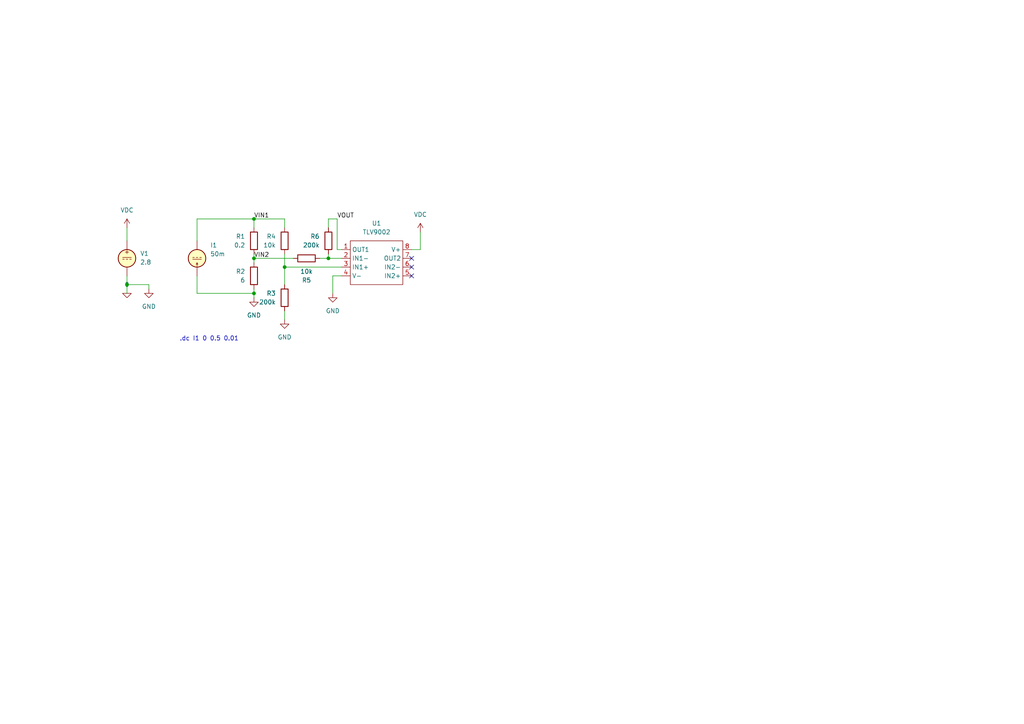
<source format=kicad_sch>
(kicad_sch (version 20230121) (generator eeschema)
  (paper "A4")
  (lib_symbols
    (symbol "Device:R" (pin_numbers hide) (pin_names (offset 0))
      (property "Reference" "R" (at 2.032 0 90))
      (property "Value" "R" (at 0 0 90))
      (symbol "R_0_1"
        (rectangle (start -1.016 -2.54) (end 1.016 2.54) (stroke (width 0.254)))
      )
      (symbol "R_1_1"
        (pin passive line (at 0 3.81 270) (length 1.27) (name "~") (number "1"))
        (pin passive line (at 0 -3.81 90) (length 1.27) (name "~") (number "2"))
      )
    )
    (symbol "Simulation_SPICE:0" (power) (pin_names (offset 0))
      (property "Value" "0" (at 0 -1.778 0))
      (symbol "0_0_1"
        (polyline (pts (xy -1.27 0) (xy 0 -1.27) (xy 1.27 0) (xy -1.27 0)))
      )
      (symbol "0_1_1"
        (pin power_in line (at 0 0 0) (length 0) hide (name "0") (number "1"))
      )
    )
    (symbol "Simulation_SPICE:IDC" (pin_numbers hide) (pin_names (offset 0.0254))
      (property "Reference" "I" (at 2.54 2.54 0))
      (property "Value" "1" (at 2.54 0 0))
      (symbol "IDC_0_0"
        (polyline (pts (xy -1.27 0.254) (xy 1.27 0.254)))
        (polyline (pts (xy -0.762 -0.254) (xy -1.27 -0.254)))
        (polyline (pts (xy 0.254 -0.254) (xy -0.254 -0.254)))
        (polyline (pts (xy 1.27 -0.254) (xy 0.762 -0.254)))
      )
      (symbol "IDC_0_1"
        (polyline (pts (xy 0 1.27) (xy 0 2.286)))
        (polyline (pts (xy -0.254 1.778) (xy 0 1.27) (xy 0.254 1.778)))
        (circle (center 0 0) (radius 2.54) (stroke (width 0.254)) (fill (type background)))
      )
      (symbol "IDC_1_1"
        (pin passive line (at 0 5.08 270) (length 2.54) (name "~") (number "1"))
        (pin passive line (at 0 -5.08 90) (length 2.54) (name "~") (number "2"))
      )
    )
    (symbol "Simulation_SPICE:VDC" (pin_numbers hide) (pin_names (offset 0.0254))
      (property "Reference" "V" (at 2.54 2.54 0))
      (property "Value" "1" (at 2.54 0 0))
      (symbol "VDC_0_0"
        (polyline (pts (xy -1.27 0.254) (xy 1.27 0.254)))
        (polyline (pts (xy -0.762 -0.254) (xy -1.27 -0.254)))
        (polyline (pts (xy 0.254 -0.254) (xy -0.254 -0.254)))
        (polyline (pts (xy 1.27 -0.254) (xy 0.762 -0.254)))
        (text "+" (at 0 1.905 0) (effects (font (size 1.27 1.27))))
      )
      (symbol "VDC_0_1"
        (circle (center 0 0) (radius 2.54) (stroke (width 0.254)) (fill (type background)))
      )
      (symbol "VDC_1_1"
        (pin passive line (at 0 5.08 270) (length 2.54) (name "~") (number "1"))
        (pin passive line (at 0 -5.08 90) (length 2.54) (name "~") (number "2"))
      )
    )
    (symbol "TLV9002:TLV9002"
      (property "Reference" "U" (at 0 1.27 0))
      (property "Value" "TLV9002" (at 0 -13.97 0))
      (symbol "TLV9002_0_1"
        (rectangle (start -7.62 0) (end 7.62 -12.7))
      )
      (symbol "TLV9002_1_1"
        (pin output line (at -10.16 -2.54 0) (length 2.54) (name "OUT1") (number "1"))
        (pin input line (at -10.16 -5.08 0) (length 2.54) (name "IN1-") (number "2"))
        (pin input line (at -10.16 -7.62 0) (length 2.54) (name "IN1+") (number "3"))
        (pin power_in line (at -10.16 -10.16 0) (length 2.54) (name "V-") (number "4"))
        (pin input line (at 10.16 -10.16 180) (length 2.54) (name "IN2+") (number "5"))
        (pin input line (at 10.16 -7.62 180) (length 2.54) (name "IN2-") (number "6"))
        (pin output line (at 10.16 -5.08 180) (length 2.54) (name "OUT2") (number "7"))
        (pin power_out line (at 10.16 -2.54 180) (length 2.54) (name "V+") (number "8"))
      )
    )
    (symbol "power:GND" (power) (pin_names (offset 0))
      (property "Value" "GND" (at 0 -3.81 0))
      (symbol "GND_0_1"
        (polyline (pts (xy 0 0) (xy 0 -1.27) (xy 1.27 -1.27) (xy 0 -2.54) (xy -1.27 -1.27) (xy 0 -1.27)))
      )
      (symbol "GND_1_1"
        (pin power_in line (at 0 0 270) (length 0) hide (name "GND") (number "1"))
      )
    )
    (symbol "power:VDC" (power) (pin_names (offset 0))
      (property "Value" "VDC" (at 0 6.35 0))
      (symbol "VDC_0_1"
        (polyline (pts (xy -0.762 1.27) (xy 0 2.54)))
        (polyline (pts (xy 0 0) (xy 0 2.54)))
        (polyline (pts (xy 0 2.54) (xy 0.762 1.27)))
      )
      (symbol "VDC_1_1"
        (pin power_in line (at 0 0 90) (length 0) hide (name "VDC") (number "1"))
      )
    )
  )
  (junction (at 73.66 74.93))
  (junction (at 95.25 74.93))
  (junction (at 82.55 77.47))
  (junction (at 73.66 63.5))
  (junction (at 73.66 85.09))
  (junction (at 36.83 82.55))
  (no_connect (at 119.38 77.47))
  (no_connect (at 119.38 80.01))
  (no_connect (at 119.38 74.93))
  (wire (pts (xy 95.25 63.5) (xy 95.25 66.04)))
  (wire (pts (xy 82.55 77.47) (xy 82.55 82.55)))
  (wire (pts (xy 97.79 72.39) (xy 99.06 72.39)))
  (wire (pts (xy 73.66 86.36) (xy 73.66 85.09)))
  (wire (pts (xy 43.18 83.82) (xy 43.18 82.55)))
  (wire (pts (xy 82.55 63.5) (xy 73.66 63.5)))
  (wire (pts (xy 121.92 72.39) (xy 119.38 72.39)))
  (wire (pts (xy 36.83 80.01) (xy 36.83 82.55)))
  (wire (pts (xy 73.66 74.93) (xy 73.66 76.2)))
  (wire (pts (xy 82.55 73.66) (xy 82.55 77.47)))
  (wire (pts (xy 36.83 82.55) (xy 36.83 85.09)))
  (wire (pts (xy 97.79 63.5) (xy 95.25 63.5)))
  (wire (pts (xy 73.66 85.09) (xy 73.66 83.82)))
  (wire (pts (xy 82.55 77.47) (xy 99.06 77.47)))
  (wire (pts (xy 92.71 74.93) (xy 95.25 74.93)))
  (wire (pts (xy 99.06 80.01) (xy 96.52 80.01)))
  (wire (pts (xy 57.15 80.01) (xy 57.15 85.09)))
  (wire (pts (xy 57.15 85.09) (xy 73.66 85.09)))
  (wire (pts (xy 96.52 80.01) (xy 96.52 85.09)))
  (wire (pts (xy 57.15 63.5) (xy 73.66 63.5)))
  (wire (pts (xy 95.25 73.66) (xy 95.25 74.93)))
  (wire (pts (xy 121.92 67.31) (xy 121.92 72.39)))
  (wire (pts (xy 73.66 74.93) (xy 85.09 74.93)))
  (wire (pts (xy 73.66 63.5) (xy 73.66 66.04)))
  (wire (pts (xy 57.15 63.5) (xy 57.15 69.85)))
  (wire (pts (xy 43.18 82.55) (xy 36.83 82.55)))
  (wire (pts (xy 82.55 92.71) (xy 82.55 90.17)))
  (wire (pts (xy 73.66 73.66) (xy 73.66 74.93)))
  (wire (pts (xy 97.79 72.39) (xy 97.79 63.5)))
  (wire (pts (xy 82.55 66.04) (xy 82.55 63.5)))
  (wire (pts (xy 95.25 74.93) (xy 99.06 74.93)))
  (wire (pts (xy 36.83 66.04) (xy 36.83 69.85)))
  (text ".dc I1 0 0.5 0.01" (at 52.07 99.06 0) (effects (font (size 1.27 1.27)) (justify left bottom)))
  (label "VIN2" (at 73.66 74.93 0))
  (label "VIN1" (at 73.66 63.5 0))
  (label "VOUT" (at 97.79 63.5 0))
  (symbol (lib_id "Simulation_SPICE:0") (at 36.83 85.09 0) (unit 1)
    (property "Reference" "#GND01" (effects hide))
    (property "Value" "0" (at 36.83 82.55 0))
    (property "Datasheet" "https://ngspice.sourceforge.io/docs/ngspice-html-manual/manual.xhtml#subsec_Circuit_elements__device" (effects hide))
  )
  (symbol (lib_id "TLV9002:TLV9002") (at 109.22 69.85 0) (unit 1)
    (property "Reference" "U1" (at 109.22 64.77 0))
    (property "Value" "TLV9002" (at 109.22 67.31 0))
    (property "Footprint" "Package_SO:SOIC-8_3.9x4.9mm_P1.27mm" (effects hide))
    (property "Datasheet" "https://www.ti.com/lit/ds/symlink/tlv9002.pdf" (effects hide))
    (property "Sim.Library" "TLV9002_dual.txt" (effects hide))
    (property "Sim.Name" "TLV9002d" (effects hide))
    (property "Sim.Device" "SUBCKT" (effects hide))
    (property "Sim.Pins" "1=1out 2=1in- 3=1in+ 4=V- 5=2in+ 6=2in- 7=2out 8=V+" (effects hide))
  )
  (symbol (lib_id "Device:R") (at 73.66 69.85 0) (unit 1)
    (property "Reference" "R1" (at 71.12 68.58 0) (effects (justify right)))
    (property "Value" "0.2" (at 71.12 71.12 0) (effects (justify right)))
  )
  (symbol (lib_id "Device:R") (at 95.25 69.85 0) (mirror x) (unit 1)
    (property "Reference" "R6" (at 92.71 68.58 0) (effects (justify right)))
    (property "Value" "200k" (at 92.71 71.12 0) (effects (justify right)))
  )
  (symbol (lib_id "power:VDC") (at 36.83 66.04 0) (unit 1)
    (property "Reference" "#PWR01" (effects hide))
    (property "Value" "VDC" (at 36.83 60.96 0))
  )
  (symbol (lib_id "power:GND") (at 43.18 83.82 0) (unit 1)
    (property "Reference" "#PWR04" (effects hide))
    (property "Value" "GND" (at 43.18 88.9 0))
  )
  (symbol (lib_id "power:GND") (at 73.66 86.36 0) (unit 1)
    (property "Reference" "#PWR05" (effects hide))
    (property "Value" "GND" (at 73.66 91.44 0))
  )
  (symbol (lib_id "Simulation_SPICE:IDC") (at 57.15 74.93 180) (unit 1)
    (property "Reference" "I1" (at 60.96 71.12 0) (effects (justify right)))
    (property "Value" "50m" (at 60.96 73.66 0) (effects (justify right)))
    (property "Datasheet" "https://ngspice.sourceforge.io/docs/ngspice-html-manual/manual.xhtml#sec_Independent_Sources_for" (effects hide))
    (property "Sim.Pins" "1=+ 2=-" (effects hide))
    (property "Sim.Type" "DC" (effects hide))
    (property "Sim.Device" "I" (effects hide))
  )
  (symbol (lib_id "Simulation_SPICE:VDC") (at 36.83 74.93 0) (unit 1)
    (property "Reference" "V1" (at 40.64 73.5302 0) (effects (justify left)))
    (property "Value" "2.8" (at 40.64 76.0702 0) (effects (justify left)))
    (property "Datasheet" "https://ngspice.sourceforge.io/docs/ngspice-html-manual/manual.xhtml#sec_Independent_Sources_for" (effects hide))
    (property "Sim.Pins" "1=+ 2=-" (effects hide))
    (property "Sim.Type" "DC" (effects hide))
    (property "Sim.Device" "V" (effects hide))
  )
  (symbol (lib_id "Device:R") (at 88.9 74.93 90) (mirror x) (unit 1)
    (property "Reference" "R5" (at 88.9 81.28 90))
    (property "Value" "10k" (at 88.9 78.74 90))
  )
  (symbol (lib_id "power:GND") (at 96.52 85.09 0) (unit 1)
    (property "Reference" "#PWR03" (effects hide))
    (property "Value" "GND" (at 96.52 90.17 0))
  )
  (symbol (lib_id "power:GND") (at 82.55 92.71 0) (unit 1)
    (property "Reference" "#PWR06" (effects hide))
    (property "Value" "GND" (at 82.55 97.79 0))
  )
  (symbol (lib_id "Device:R") (at 73.66 80.01 0) (unit 1)
    (property "Reference" "R2" (at 71.12 78.74 0) (effects (justify right)))
    (property "Value" "6" (at 71.12 81.28 0) (effects (justify right)))
  )
  (symbol (lib_id "power:VDC") (at 121.92 67.31 0) (unit 1)
    (property "Reference" "#PWR02" (effects hide))
    (property "Value" "VDC" (at 121.92 62.23 0))
  )
  (symbol (lib_id "Device:R") (at 82.55 69.85 0) (unit 1)
    (property "Reference" "R4" (at 80.01 68.58 0) (effects (justify right)))
    (property "Value" "10k" (at 80.01 71.12 0) (effects (justify right)))
  )
  (symbol (lib_id "Device:R") (at 82.55 86.36 0) (unit 1)
    (property "Reference" "R3" (at 80.01 85.09 0) (effects (justify right)))
    (property "Value" "200k" (at 80.01 87.63 0) (effects (justify right)))
  )
)
</source>
